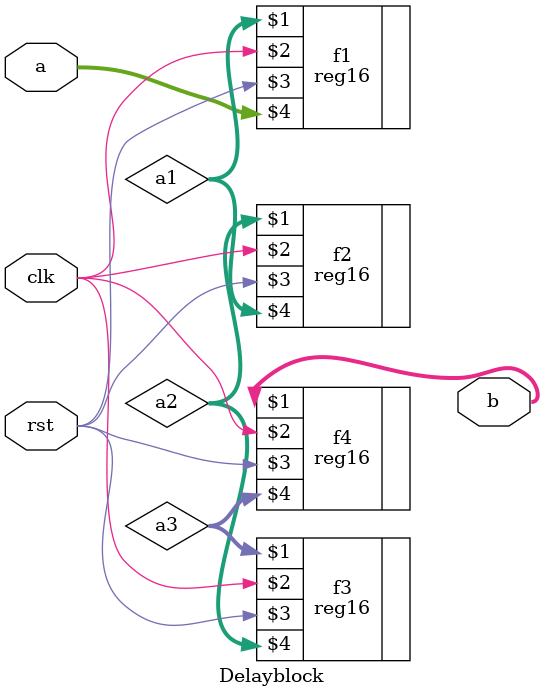
<source format=v>
`timescale 1ns / 1ps

module Delayblock(clk,rst,a,b);

input [15:0] a;
output [15:0] b;
input clk,rst;
wire [15:0] a1,a2,a3,a4;

reg16 f1(a1,clk,rst,a);
reg16 f2(a2,clk,rst,a1);
reg16 f3(a3,clk,rst,a2);
reg16 f4(b,clk,rst,a3);

endmodule

</source>
